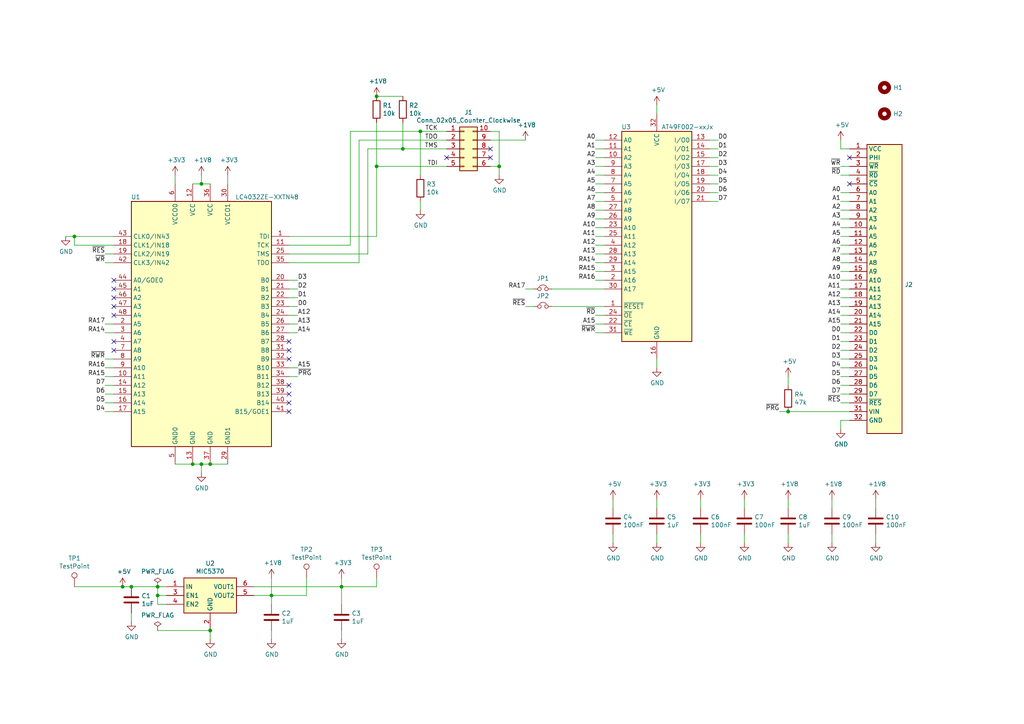
<source format=kicad_sch>
(kicad_sch (version 20211123) (generator eeschema)
  (paper "A4")
  (title_block (title "GB-CART256K-A") (rev "v1.2") (company "https://gekkio.fi"))
  (lib_symbols
    (symbol "Connector:TestPoint" (pin_numbers hide) (pin_names (offset 0.762) hide)
      (property "Reference" "TP" (at 0 6.858 0))
      (property "Value" "TestPoint" (at 0 5.08 0))
      (symbol "TestPoint_0_1"
        (circle (center 0 3.302) (radius 0.762))
      )
      (symbol "TestPoint_1_1"
        (pin passive line (at 0 0 90) (length 2.54) (name "1") (number "1"))
      )
    )
    (symbol "Connector_Generic:Conn_02x05_Counter_Clockwise" (pin_names (offset 1.016) hide)
      (property "Reference" "J" (at 1.27 7.62 0))
      (property "Value" "Conn_02x05_Counter_Clockwise" (at 1.27 -7.62 0))
      (symbol "Conn_02x05_Counter_Clockwise_1_1"
        (rectangle (start -1.27 -4.953) (end 0 -5.207) (stroke (width 0.1524)))
        (rectangle (start -1.27 -2.413) (end 0 -2.667) (stroke (width 0.1524)))
        (rectangle (start -1.27 0.127) (end 0 -0.127) (stroke (width 0.1524)))
        (rectangle (start -1.27 2.667) (end 0 2.413) (stroke (width 0.1524)))
        (rectangle (start -1.27 5.207) (end 0 4.953) (stroke (width 0.1524)))
        (rectangle (start -1.27 6.35) (end 3.81 -6.35) (stroke (width 0.254)) (fill (type background)))
        (rectangle (start 3.81 -4.953) (end 2.54 -5.207) (stroke (width 0.1524)))
        (rectangle (start 3.81 -2.413) (end 2.54 -2.667) (stroke (width 0.1524)))
        (rectangle (start 3.81 0.127) (end 2.54 -0.127) (stroke (width 0.1524)))
        (rectangle (start 3.81 2.667) (end 2.54 2.413) (stroke (width 0.1524)))
        (rectangle (start 3.81 5.207) (end 2.54 4.953) (stroke (width 0.1524)))
        (pin passive line (at -5.08 5.08 0) (length 3.81) (name "Pin_1") (number "1"))
        (pin passive line (at 7.62 5.08 180) (length 3.81) (name "Pin_10") (number "10"))
        (pin passive line (at -5.08 2.54 0) (length 3.81) (name "Pin_2") (number "2"))
        (pin passive line (at -5.08 0 0) (length 3.81) (name "Pin_3") (number "3"))
        (pin passive line (at -5.08 -2.54 0) (length 3.81) (name "Pin_4") (number "4"))
        (pin passive line (at -5.08 -5.08 0) (length 3.81) (name "Pin_5") (number "5"))
        (pin passive line (at 7.62 -5.08 180) (length 3.81) (name "Pin_6") (number "6"))
        (pin passive line (at 7.62 -2.54 180) (length 3.81) (name "Pin_7") (number "7"))
        (pin passive line (at 7.62 0 180) (length 3.81) (name "Pin_8") (number "8"))
        (pin passive line (at 7.62 2.54 180) (length 3.81) (name "Pin_9") (number "9"))
      )
    )
    (symbol "Device:C" (pin_numbers hide) (pin_names (offset 0.254))
      (property "Reference" "C" (at 0.635 2.54 0))
      (property "Value" "C" (at 0.635 -2.54 0))
      (symbol "C_0_1"
        (polyline (pts (xy -2.032 -0.762) (xy 2.032 -0.762)) (stroke (width 0.508)))
        (polyline (pts (xy -2.032 0.762) (xy 2.032 0.762)) (stroke (width 0.508)))
      )
      (symbol "C_1_1"
        (pin passive line (at 0 3.81 270) (length 2.794) (name "~") (number "1"))
        (pin passive line (at 0 -3.81 90) (length 2.794) (name "~") (number "2"))
      )
    )
    (symbol "Device:Jumper_NC_Small" (pin_numbers hide) (pin_names (offset 0.762) hide)
      (property "Reference" "JP" (at 0 2.032 0))
      (property "Value" "Jumper_NC_Small" (at 0.254 -1.524 0))
      (symbol "Jumper_NC_Small_0_1"
        (circle (center -1.016 0) (radius 0.508))
        (circle (center 1.016 0) (radius 0.508))
        (arc (start 1.016 0.762) (mid 0 1.1828) (end -1.016 0.762))
        (pin passive line (at -2.54 0 0) (length 1.016) (name "1") (number "1"))
        (pin passive line (at 2.54 0 180) (length 1.016) (name "2") (number "2"))
      )
    )
    (symbol "Device:R" (pin_numbers hide) (pin_names (offset 0))
      (property "Reference" "R" (at 2.032 0 90))
      (property "Value" "R" (at 0 0 90))
      (symbol "R_0_1"
        (rectangle (start -1.016 -2.54) (end 1.016 2.54) (stroke (width 0.254)))
      )
      (symbol "R_1_1"
        (pin passive line (at 0 3.81 270) (length 1.27) (name "~") (number "1"))
        (pin passive line (at 0 -3.81 90) (length 1.27) (name "~") (number "2"))
      )
    )
    (symbol "Gekkio_CPLD_Lattice:LC4032ZE-xxTN48"
      (property "Reference" "U" (at -17.78 38.1 0))
      (property "Value" "LC4032ZE-xxTN48" (at 12.7 38.1 0))
      (symbol "LC4032ZE-xxTN48_0_1"
        (rectangle (start -20.32 35.56) (end 20.32 -35.56) (stroke (width 0.254)) (fill (type background)))
      )
      (symbol "LC4032ZE-xxTN48_1_1"
        (pin input line (at 25.4 25.4 180) (length 5.08) (name "TDI") (number "1"))
        (pin bidirectional line (at -25.4 -15.24 0) (length 5.08) (name "A11") (number "10"))
        (pin input line (at 25.4 22.86 180) (length 5.08) (name "TCK") (number "11"))
        (pin power_in line (at -2.54 40.64 270) (length 5.08) (name "VCC") (number "12"))
        (pin power_in line (at -2.54 -40.64 90) (length 5.08) (name "GND") (number "13"))
        (pin bidirectional line (at -25.4 -17.78 0) (length 5.08) (name "A12") (number "14"))
        (pin bidirectional line (at -25.4 -20.32 0) (length 5.08) (name "A13") (number "15"))
        (pin bidirectional line (at -25.4 -22.86 0) (length 5.08) (name "A14") (number "16"))
        (pin bidirectional line (at -25.4 -25.4 0) (length 5.08) (name "A15") (number "17"))
        (pin input line (at -25.4 22.86 0) (length 5.08) (name "CLK1/IN18") (number "18"))
        (pin input line (at -25.4 20.32 0) (length 5.08) (name "CLK2/IN19") (number "19"))
        (pin bidirectional line (at -25.4 0 0) (length 5.08) (name "A5") (number "2"))
        (pin bidirectional line (at 25.4 12.7 180) (length 5.08) (name "B0") (number "20"))
        (pin bidirectional line (at 25.4 10.16 180) (length 5.08) (name "B1") (number "21"))
        (pin bidirectional line (at 25.4 7.62 180) (length 5.08) (name "B2") (number "22"))
        (pin bidirectional line (at 25.4 5.08 180) (length 5.08) (name "B3") (number "23"))
        (pin bidirectional line (at 25.4 2.54 180) (length 5.08) (name "B4") (number "24"))
        (pin input line (at 25.4 20.32 180) (length 5.08) (name "TMS") (number "25"))
        (pin bidirectional line (at 25.4 0 180) (length 5.08) (name "B5") (number "26"))
        (pin bidirectional line (at 25.4 -2.54 180) (length 5.08) (name "B6") (number "27"))
        (pin bidirectional line (at 25.4 -5.08 180) (length 5.08) (name "B7") (number "28"))
        (pin power_in line (at 7.62 -40.64 90) (length 5.08) (name "GND1") (number "29"))
        (pin bidirectional line (at -25.4 -2.54 0) (length 5.08) (name "A6") (number "3"))
        (pin power_in line (at 7.62 40.64 270) (length 5.08) (name "VCCO1") (number "30"))
        (pin bidirectional line (at 25.4 -7.62 180) (length 5.08) (name "B8") (number "31"))
        (pin bidirectional line (at 25.4 -10.16 180) (length 5.08) (name "B9") (number "32"))
        (pin bidirectional line (at 25.4 -12.7 180) (length 5.08) (name "B10") (number "33"))
        (pin bidirectional line (at 25.4 -15.24 180) (length 5.08) (name "B11") (number "34"))
        (pin output line (at 25.4 17.78 180) (length 5.08) (name "TDO") (number "35"))
        (pin power_in line (at 2.54 40.64 270) (length 5.08) (name "VCC") (number "36"))
        (pin power_in line (at 2.54 -40.64 90) (length 5.08) (name "GND") (number "37"))
        (pin bidirectional line (at 25.4 -17.78 180) (length 5.08) (name "B12") (number "38"))
        (pin bidirectional line (at 25.4 -20.32 180) (length 5.08) (name "B13") (number "39"))
        (pin bidirectional line (at -25.4 -5.08 0) (length 5.08) (name "A7") (number "4"))
        (pin bidirectional line (at 25.4 -22.86 180) (length 5.08) (name "B14") (number "40"))
        (pin bidirectional line (at 25.4 -25.4 180) (length 5.08) (name "B15/GOE1") (number "41"))
        (pin input line (at -25.4 17.78 0) (length 5.08) (name "CLK3/IN42") (number "42"))
        (pin input line (at -25.4 25.4 0) (length 5.08) (name "CLK0/IN43") (number "43"))
        (pin bidirectional line (at -25.4 12.7 0) (length 5.08) (name "A0/GOE0") (number "44"))
        (pin bidirectional line (at -25.4 10.16 0) (length 5.08) (name "A1") (number "45"))
        (pin bidirectional line (at -25.4 7.62 0) (length 5.08) (name "A2") (number "46"))
        (pin bidirectional line (at -25.4 5.08 0) (length 5.08) (name "A3") (number "47"))
        (pin bidirectional line (at -25.4 2.54 0) (length 5.08) (name "A4") (number "48"))
        (pin power_in line (at -7.62 -40.64 90) (length 5.08) (name "GND0") (number "5"))
        (pin power_in line (at -7.62 40.64 270) (length 5.08) (name "VCCO0") (number "6"))
        (pin bidirectional line (at -25.4 -7.62 0) (length 5.08) (name "A8") (number "7"))
        (pin bidirectional line (at -25.4 -10.16 0) (length 5.08) (name "A9") (number "8"))
        (pin bidirectional line (at -25.4 -12.7 0) (length 5.08) (name "A10") (number "9"))
      )
    )
    (symbol "Gekkio_Connector_Specialized:GameBoy_Cartridge"
      (property "Reference" "J" (at -2.54 43.18 0))
      (property "Value" "GameBoy_Cartridge" (at -2.54 -43.18 0))
      (symbol "GameBoy_Cartridge_0_1"
        (rectangle (start -5.08 41.91) (end 5.08 -41.91) (stroke (width 0.254)) (fill (type background)))
      )
      (symbol "GameBoy_Cartridge_1_1"
        (pin passive line (at -10.16 40.64 0) (length 5.08) (name "VCC") (number "1"))
        (pin passive line (at -10.16 17.78 0) (length 5.08) (name "A4") (number "10"))
        (pin passive line (at -10.16 15.24 0) (length 5.08) (name "A5") (number "11"))
        (pin passive line (at -10.16 12.7 0) (length 5.08) (name "A6") (number "12"))
        (pin passive line (at -10.16 10.16 0) (length 5.08) (name "A7") (number "13"))
        (pin passive line (at -10.16 7.62 0) (length 5.08) (name "A8") (number "14"))
        (pin passive line (at -10.16 5.08 0) (length 5.08) (name "A9") (number "15"))
        (pin passive line (at -10.16 2.54 0) (length 5.08) (name "A10") (number "16"))
        (pin passive line (at -10.16 0 0) (length 5.08) (name "A11") (number "17"))
        (pin passive line (at -10.16 -2.54 0) (length 5.08) (name "A12") (number "18"))
        (pin passive line (at -10.16 -5.08 0) (length 5.08) (name "A13") (number "19"))
        (pin passive line (at -10.16 38.1 0) (length 5.08) (name "PHI") (number "2"))
        (pin passive line (at -10.16 -7.62 0) (length 5.08) (name "A14") (number "20"))
        (pin passive line (at -10.16 -10.16 0) (length 5.08) (name "A15") (number "21"))
        (pin passive line (at -10.16 -12.7 0) (length 5.08) (name "D0") (number "22"))
        (pin passive line (at -10.16 -15.24 0) (length 5.08) (name "D1") (number "23"))
        (pin passive line (at -10.16 -17.78 0) (length 5.08) (name "D2") (number "24"))
        (pin passive line (at -10.16 -20.32 0) (length 5.08) (name "D3") (number "25"))
        (pin passive line (at -10.16 -22.86 0) (length 5.08) (name "D4") (number "26"))
        (pin passive line (at -10.16 -25.4 0) (length 5.08) (name "D5") (number "27"))
        (pin passive line (at -10.16 -27.94 0) (length 5.08) (name "D6") (number "28"))
        (pin passive line (at -10.16 -30.48 0) (length 5.08) (name "D7") (number "29"))
        (pin passive line (at -10.16 35.56 0) (length 5.08) (name "~{WR}") (number "3"))
        (pin passive line (at -10.16 -33.02 0) (length 5.08) (name "~{RES}") (number "30"))
        (pin passive line (at -10.16 -35.56 0) (length 5.08) (name "VIN") (number "31"))
        (pin passive line (at -10.16 -38.1 0) (length 5.08) (name "GND") (number "32"))
        (pin passive line (at -10.16 33.02 0) (length 5.08) (name "~{RD}") (number "4"))
        (pin passive line (at -10.16 30.48 0) (length 5.08) (name "~{CS}") (number "5"))
        (pin passive line (at -10.16 27.94 0) (length 5.08) (name "A0") (number "6"))
        (pin passive line (at -10.16 25.4 0) (length 5.08) (name "A1") (number "7"))
        (pin passive line (at -10.16 22.86 0) (length 5.08) (name "A2") (number "8"))
        (pin passive line (at -10.16 20.32 0) (length 5.08) (name "A3") (number "9"))
      )
    )
    (symbol "Gekkio_Memory_Flash:AT49F002-xxJx"
      (property "Reference" "U" (at -10.16 31.75 0))
      (property "Value" "AT49F002-xxJx" (at 2.54 31.75 0))
      (symbol "AT49F002-xxJx_0_1"
        (rectangle (start -10.16 30.48) (end 10.16 -30.48) (stroke (width 0.254)) (fill (type background)))
      )
      (symbol "AT49F002-xxJx_1_1"
        (pin input line (at -15.24 -20.32 0) (length 5.08) (name "~{RESET}") (number "1"))
        (pin input line (at -15.24 22.86 0) (length 5.08) (name "A2") (number "10"))
        (pin input line (at -15.24 25.4 0) (length 5.08) (name "A1") (number "11"))
        (pin input line (at -15.24 27.94 0) (length 5.08) (name "A0") (number "12"))
        (pin bidirectional line (at 15.24 27.94 180) (length 5.08) (name "I/O0") (number "13"))
        (pin bidirectional line (at 15.24 25.4 180) (length 5.08) (name "I/O1") (number "14"))
        (pin bidirectional line (at 15.24 22.86 180) (length 5.08) (name "I/O2") (number "15"))
        (pin power_in line (at 0 -35.56 90) (length 5.08) (name "GND") (number "16"))
        (pin bidirectional line (at 15.24 20.32 180) (length 5.08) (name "I/O3") (number "17"))
        (pin bidirectional line (at 15.24 17.78 180) (length 5.08) (name "I/O4") (number "18"))
        (pin bidirectional line (at 15.24 15.24 180) (length 5.08) (name "I/O5") (number "19"))
        (pin input line (at -15.24 -12.7 0) (length 5.08) (name "A16") (number "2"))
        (pin bidirectional line (at 15.24 12.7 180) (length 5.08) (name "I/O6") (number "20"))
        (pin bidirectional line (at 15.24 10.16 180) (length 5.08) (name "I/O7") (number "21"))
        (pin input line (at -15.24 -25.4 0) (length 5.08) (name "~{CE}") (number "22"))
        (pin input line (at -15.24 2.54 0) (length 5.08) (name "A10") (number "23"))
        (pin input line (at -15.24 -22.86 0) (length 5.08) (name "~{OE}") (number "24"))
        (pin input line (at -15.24 0 0) (length 5.08) (name "A11") (number "25"))
        (pin input line (at -15.24 5.08 0) (length 5.08) (name "A9") (number "26"))
        (pin input line (at -15.24 7.62 0) (length 5.08) (name "A8") (number "27"))
        (pin input line (at -15.24 -5.08 0) (length 5.08) (name "A13") (number "28"))
        (pin input line (at -15.24 -7.62 0) (length 5.08) (name "A14") (number "29"))
        (pin input line (at -15.24 -10.16 0) (length 5.08) (name "A15") (number "3"))
        (pin input line (at -15.24 -15.24 0) (length 5.08) (name "A17") (number "30"))
        (pin input line (at -15.24 -27.94 0) (length 5.08) (name "~{WE}") (number "31"))
        (pin power_in line (at 0 35.56 270) (length 5.08) (name "VCC") (number "32"))
        (pin input line (at -15.24 -2.54 0) (length 5.08) (name "A12") (number "4"))
        (pin input line (at -15.24 10.16 0) (length 5.08) (name "A7") (number "5"))
        (pin input line (at -15.24 12.7 0) (length 5.08) (name "A6") (number "6"))
        (pin input line (at -15.24 15.24 0) (length 5.08) (name "A5") (number "7"))
        (pin input line (at -15.24 17.78 0) (length 5.08) (name "A4") (number "8"))
        (pin input line (at -15.24 20.32 0) (length 5.08) (name "A3") (number "9"))
      )
    )
    (symbol "Gekkio_Regulator_Linear:MIC5370"
      (property "Reference" "U" (at -7.62 6.35 0))
      (property "Value" "MIC5370" (at 1.27 6.35 0))
      (symbol "MIC5370_0_1"
        (rectangle (start -7.62 5.08) (end 7.62 -5.08) (stroke (width 0.254)) (fill (type background)))
      )
      (symbol "MIC5370_1_1"
        (pin power_in line (at -12.7 2.54 0) (length 5.08) (name "IN") (number "1"))
        (pin power_in line (at 0 -10.16 90) (length 5.08) (name "GND") (number "2"))
        (pin input line (at -12.7 0 0) (length 5.08) (name "EN1") (number "3"))
        (pin input line (at -12.7 -2.54 0) (length 5.08) (name "EN2") (number "4"))
        (pin power_out line (at 12.7 0 180) (length 5.08) (name "VOUT2") (number "5"))
        (pin power_out line (at 12.7 2.54 180) (length 5.08) (name "VOUT1") (number "6"))
        (pin passive line (at 0 -10.16 90) (length 5.08) hide (name "GND") (number "7"))
      )
    )
    (symbol "Mechanical:MountingHole" (pin_names (offset 1.016))
      (property "Reference" "H" (at 0 5.08 0))
      (property "Value" "MountingHole" (at 0 3.175 0))
      (symbol "MountingHole_0_1"
        (circle (center 0 0) (radius 1.27) (stroke (width 1.27)))
      )
    )
    (symbol "power:+1V8" (power) (pin_names (offset 0))
      (property "Value" "+1V8" (at 0 3.556 0))
      (symbol "+1V8_0_1"
        (polyline (pts (xy -0.762 1.27) (xy 0 2.54)))
        (polyline (pts (xy 0 0) (xy 0 2.54)))
        (polyline (pts (xy 0 2.54) (xy 0.762 1.27)))
      )
      (symbol "+1V8_1_1"
        (pin power_in line (at 0 0 90) (length 0) hide (name "+1V8") (number "1"))
      )
    )
    (symbol "power:+3V3" (power) (pin_names (offset 0))
      (property "Value" "+3V3" (at 0 3.556 0))
      (symbol "+3V3_0_1"
        (polyline (pts (xy -0.762 1.27) (xy 0 2.54)))
        (polyline (pts (xy 0 0) (xy 0 2.54)))
        (polyline (pts (xy 0 2.54) (xy 0.762 1.27)))
      )
      (symbol "+3V3_1_1"
        (pin power_in line (at 0 0 90) (length 0) hide (name "+3V3") (number "1"))
      )
    )
    (symbol "power:+5V" (power) (pin_names (offset 0))
      (property "Value" "+5V" (at 0 3.556 0))
      (symbol "+5V_0_1"
        (polyline (pts (xy -0.762 1.27) (xy 0 2.54)))
        (polyline (pts (xy 0 0) (xy 0 2.54)))
        (polyline (pts (xy 0 2.54) (xy 0.762 1.27)))
      )
      (symbol "+5V_1_1"
        (pin power_in line (at 0 0 90) (length 0) hide (name "+5V") (number "1"))
      )
    )
    (symbol "power:GND" (power) (pin_names (offset 0))
      (property "Value" "GND" (at 0 -3.81 0))
      (symbol "GND_0_1"
        (polyline (pts (xy 0 0) (xy 0 -1.27) (xy 1.27 -1.27) (xy 0 -2.54) (xy -1.27 -1.27) (xy 0 -1.27)))
      )
      (symbol "GND_1_1"
        (pin power_in line (at 0 0 270) (length 0) hide (name "GND") (number "1"))
      )
    )
    (symbol "power:PWR_FLAG" (power) (pin_numbers hide) (pin_names (offset 0) hide)
      (property "Value" "PWR_FLAG" (at 0 3.81 0))
      (symbol "PWR_FLAG_0_0"
        (pin power_out line (at 0 0 90) (length 0) (name "pwr") (number "1"))
      )
      (symbol "PWR_FLAG_0_1"
        (polyline (pts (xy 0 0) (xy 0 1.27) (xy -1.016 1.905) (xy 0 2.54) (xy 1.016 1.905) (xy 0 1.27)))
      )
    )
  )
  (junction (at 45.72 172.72))
  (junction (at 228.6 119.38))
  (junction (at 109.22 48.26))
  (junction (at 99.06 170.18))
  (junction (at 58.42 134.62))
  (junction (at 38.1 170.18))
  (junction (at 55.88 134.62))
  (junction (at 60.96 134.62))
  (junction (at 45.72 170.18))
  (junction (at 144.78 48.26))
  (junction (at 35.56 170.18))
  (junction (at 60.96 182.88))
  (junction (at 58.42 53.34))
  (junction (at 21.59 68.58))
  (junction (at 116.84 43.18))
  (junction (at 121.92 38.1))
  (junction (at 78.74 172.72))
  (junction (at 109.22 27.94))
  (no_connect (at 83.82 101.6))
  (no_connect (at 142.24 45.72))
  (no_connect (at 33.02 101.6))
  (no_connect (at 33.02 88.9))
  (no_connect (at 83.82 111.76))
  (no_connect (at 142.24 43.18))
  (no_connect (at 33.02 83.82))
  (no_connect (at 83.82 104.14))
  (no_connect (at 33.02 91.44))
  (no_connect (at 246.38 45.72))
  (no_connect (at 129.54 45.72))
  (no_connect (at 33.02 81.28))
  (no_connect (at 33.02 99.06))
  (no_connect (at 83.82 119.38))
  (no_connect (at 83.82 114.3))
  (no_connect (at 83.82 99.06))
  (no_connect (at 246.38 53.34))
  (no_connect (at 33.02 86.36))
  (no_connect (at 83.82 116.84))
  (wire (pts (xy 19.05 68.58) (xy 21.59 68.58)))
  (wire (pts (xy 101.6 38.1) (xy 121.92 38.1)))
  (wire (pts (xy 30.48 73.66) (xy 33.02 73.66)))
  (wire (pts (xy 152.4 88.9) (xy 154.94 88.9)))
  (wire (pts (xy 30.48 96.52) (xy 33.02 96.52)))
  (wire (pts (xy 246.38 109.22) (xy 243.84 109.22)))
  (wire (pts (xy 38.1 180.34) (xy 38.1 177.8)))
  (wire (pts (xy 30.48 104.14) (xy 33.02 104.14)))
  (wire (pts (xy 121.92 58.42) (xy 121.92 60.96)))
  (wire (pts (xy 243.84 88.9) (xy 246.38 88.9)))
  (wire (pts (xy 30.48 76.2) (xy 33.02 76.2)))
  (wire (pts (xy 205.74 45.72) (xy 208.28 45.72)))
  (wire (pts (xy 109.22 27.94) (xy 116.84 27.94)))
  (wire (pts (xy 246.38 114.3) (xy 243.84 114.3)))
  (wire (pts (xy 228.6 109.22) (xy 228.6 111.76)))
  (wire (pts (xy 228.6 144.78) (xy 228.6 147.32)))
  (wire (pts (xy 243.84 63.5) (xy 246.38 63.5)))
  (wire (pts (xy 205.74 43.18) (xy 208.28 43.18)))
  (wire (pts (xy 254 157.48) (xy 254 154.94)))
  (wire (pts (xy 203.2 144.78) (xy 203.2 147.32)))
  (wire (pts (xy 246.38 119.38) (xy 228.6 119.38)))
  (wire (pts (xy 246.38 111.76) (xy 243.84 111.76)))
  (wire (pts (xy 83.82 83.82) (xy 86.36 83.82)))
  (wire (pts (xy 88.9 167.64) (xy 88.9 172.72)))
  (wire (pts (xy 228.6 119.38) (xy 226.06 119.38)))
  (wire (pts (xy 45.72 182.88) (xy 60.96 182.88)))
  (wire (pts (xy 243.84 60.96) (xy 246.38 60.96)))
  (wire (pts (xy 109.22 170.18) (xy 109.22 167.64)))
  (wire (pts (xy 30.48 111.76) (xy 33.02 111.76)))
  (wire (pts (xy 83.82 68.58) (xy 109.22 68.58)))
  (wire (pts (xy 205.74 55.88) (xy 208.28 55.88)))
  (wire (pts (xy 203.2 157.48) (xy 203.2 154.94)))
  (wire (pts (xy 142.24 48.26) (xy 144.78 48.26)))
  (wire (pts (xy 172.72 48.26) (xy 175.26 48.26)))
  (wire (pts (xy 215.9 157.48) (xy 215.9 154.94)))
  (wire (pts (xy 83.82 81.28) (xy 86.36 81.28)))
  (wire (pts (xy 172.72 53.34) (xy 175.26 53.34)))
  (wire (pts (xy 172.72 55.88) (xy 175.26 55.88)))
  (wire (pts (xy 55.88 53.34) (xy 58.42 53.34)))
  (wire (pts (xy 254 144.78) (xy 254 147.32)))
  (wire (pts (xy 172.72 63.5) (xy 175.26 63.5)))
  (wire (pts (xy 243.84 86.36) (xy 246.38 86.36)))
  (wire (pts (xy 106.68 43.18) (xy 106.68 73.66)))
  (wire (pts (xy 243.84 68.58) (xy 246.38 68.58)))
  (wire (pts (xy 246.38 101.6) (xy 243.84 101.6)))
  (wire (pts (xy 160.02 88.9) (xy 175.26 88.9)))
  (wire (pts (xy 30.48 106.68) (xy 33.02 106.68)))
  (wire (pts (xy 243.84 55.88) (xy 246.38 55.88)))
  (wire (pts (xy 241.3 144.78) (xy 241.3 147.32)))
  (wire (pts (xy 246.38 48.26) (xy 243.84 48.26)))
  (wire (pts (xy 243.84 43.18) (xy 243.84 40.64)))
  (wire (pts (xy 243.84 78.74) (xy 246.38 78.74)))
  (wire (pts (xy 83.82 71.12) (xy 101.6 71.12)))
  (wire (pts (xy 106.68 43.18) (xy 116.84 43.18)))
  (wire (pts (xy 33.02 71.12) (xy 21.59 71.12)))
  (wire (pts (xy 246.38 96.52) (xy 243.84 96.52)))
  (wire (pts (xy 60.96 185.42) (xy 60.96 182.88)))
  (wire (pts (xy 172.72 66.04) (xy 175.26 66.04)))
  (wire (pts (xy 129.54 48.26) (xy 109.22 48.26)))
  (wire (pts (xy 58.42 53.34) (xy 60.96 53.34)))
  (wire (pts (xy 83.82 91.44) (xy 86.36 91.44)))
  (wire (pts (xy 83.82 93.98) (xy 86.36 93.98)))
  (wire (pts (xy 172.72 50.8) (xy 175.26 50.8)))
  (wire (pts (xy 172.72 78.74) (xy 175.26 78.74)))
  (wire (pts (xy 172.72 45.72) (xy 175.26 45.72)))
  (wire (pts (xy 30.48 109.22) (xy 33.02 109.22)))
  (wire (pts (xy 177.8 144.78) (xy 177.8 147.32)))
  (wire (pts (xy 241.3 157.48) (xy 241.3 154.94)))
  (wire (pts (xy 99.06 170.18) (xy 99.06 167.64)))
  (wire (pts (xy 55.88 134.62) (xy 58.42 134.62)))
  (wire (pts (xy 73.66 172.72) (xy 78.74 172.72)))
  (wire (pts (xy 83.82 73.66) (xy 106.68 73.66)))
  (wire (pts (xy 45.72 175.26) (xy 48.26 175.26)))
  (wire (pts (xy 144.78 38.1) (xy 144.78 48.26)))
  (wire (pts (xy 101.6 38.1) (xy 101.6 71.12)))
  (wire (pts (xy 78.74 182.88) (xy 78.74 185.42)))
  (wire (pts (xy 205.74 48.26) (xy 208.28 48.26)))
  (wire (pts (xy 50.8 50.8) (xy 50.8 53.34)))
  (wire (pts (xy 21.59 71.12) (xy 21.59 68.58)))
  (wire (pts (xy 243.84 83.82) (xy 246.38 83.82)))
  (wire (pts (xy 83.82 88.9) (xy 86.36 88.9)))
  (wire (pts (xy 60.96 134.62) (xy 66.04 134.62)))
  (wire (pts (xy 172.72 40.64) (xy 175.26 40.64)))
  (wire (pts (xy 86.36 106.68) (xy 83.82 106.68)))
  (wire (pts (xy 160.02 83.82) (xy 175.26 83.82)))
  (wire (pts (xy 190.5 157.48) (xy 190.5 154.94)))
  (wire (pts (xy 21.59 68.58) (xy 33.02 68.58)))
  (wire (pts (xy 246.38 121.92) (xy 243.84 121.92)))
  (wire (pts (xy 177.8 157.48) (xy 177.8 154.94)))
  (wire (pts (xy 30.48 114.3) (xy 33.02 114.3)))
  (wire (pts (xy 99.06 182.88) (xy 99.06 185.42)))
  (wire (pts (xy 99.06 170.18) (xy 99.06 175.26)))
  (wire (pts (xy 172.72 68.58) (xy 175.26 68.58)))
  (wire (pts (xy 172.72 96.52) (xy 175.26 96.52)))
  (wire (pts (xy 243.84 93.98) (xy 246.38 93.98)))
  (wire (pts (xy 109.22 35.56) (xy 109.22 48.26)))
  (wire (pts (xy 243.84 116.84) (xy 246.38 116.84)))
  (wire (pts (xy 21.59 170.18) (xy 35.56 170.18)))
  (wire (pts (xy 172.72 60.96) (xy 175.26 60.96)))
  (wire (pts (xy 172.72 81.28) (xy 175.26 81.28)))
  (wire (pts (xy 172.72 76.2) (xy 175.26 76.2)))
  (wire (pts (xy 30.48 116.84) (xy 33.02 116.84)))
  (wire (pts (xy 243.84 73.66) (xy 246.38 73.66)))
  (wire (pts (xy 243.84 76.2) (xy 246.38 76.2)))
  (wire (pts (xy 58.42 134.62) (xy 60.96 134.62)))
  (wire (pts (xy 215.9 144.78) (xy 215.9 147.32)))
  (wire (pts (xy 152.4 83.82) (xy 154.94 83.82)))
  (wire (pts (xy 205.74 58.42) (xy 208.28 58.42)))
  (wire (pts (xy 83.82 96.52) (xy 86.36 96.52)))
  (wire (pts (xy 205.74 40.64) (xy 208.28 40.64)))
  (wire (pts (xy 45.72 172.72) (xy 48.26 172.72)))
  (wire (pts (xy 58.42 134.62) (xy 58.42 137.16)))
  (wire (pts (xy 86.36 109.22) (xy 83.82 109.22)))
  (wire (pts (xy 38.1 170.18) (xy 45.72 170.18)))
  (wire (pts (xy 190.5 144.78) (xy 190.5 147.32)))
  (wire (pts (xy 35.56 170.18) (xy 38.1 170.18)))
  (wire (pts (xy 58.42 50.8) (xy 58.42 53.34)))
  (wire (pts (xy 142.24 40.64) (xy 152.4 40.64)))
  (wire (pts (xy 243.84 71.12) (xy 246.38 71.12)))
  (wire (pts (xy 243.84 91.44) (xy 246.38 91.44)))
  (wire (pts (xy 205.74 50.8) (xy 208.28 50.8)))
  (wire (pts (xy 78.74 172.72) (xy 78.74 167.64)))
  (wire (pts (xy 129.54 40.64) (xy 104.14 40.64)))
  (wire (pts (xy 172.72 71.12) (xy 175.26 71.12)))
  (wire (pts (xy 243.84 58.42) (xy 246.38 58.42)))
  (wire (pts (xy 116.84 35.56) (xy 116.84 43.18)))
  (wire (pts (xy 45.72 170.18) (xy 45.72 172.72)))
  (wire (pts (xy 45.72 172.72) (xy 45.72 175.26)))
  (wire (pts (xy 246.38 43.18) (xy 243.84 43.18)))
  (wire (pts (xy 228.6 157.48) (xy 228.6 154.94)))
  (wire (pts (xy 83.82 86.36) (xy 86.36 86.36)))
  (wire (pts (xy 172.72 73.66) (xy 175.26 73.66)))
  (wire (pts (xy 109.22 48.26) (xy 109.22 68.58)))
  (wire (pts (xy 243.84 81.28) (xy 246.38 81.28)))
  (wire (pts (xy 30.48 93.98) (xy 33.02 93.98)))
  (wire (pts (xy 190.5 30.48) (xy 190.5 33.02)))
  (wire (pts (xy 243.84 121.92) (xy 243.84 124.46)))
  (wire (pts (xy 172.72 91.44) (xy 175.26 91.44)))
  (wire (pts (xy 190.5 104.14) (xy 190.5 106.68)))
  (wire (pts (xy 104.14 40.64) (xy 104.14 76.2)))
  (wire (pts (xy 121.92 38.1) (xy 121.92 50.8)))
  (wire (pts (xy 48.26 170.18) (xy 45.72 170.18)))
  (wire (pts (xy 78.74 172.72) (xy 78.74 175.26)))
  (wire (pts (xy 30.48 119.38) (xy 33.02 119.38)))
  (wire (pts (xy 172.72 58.42) (xy 175.26 58.42)))
  (wire (pts (xy 246.38 50.8) (xy 243.84 50.8)))
  (wire (pts (xy 88.9 172.72) (xy 78.74 172.72)))
  (wire (pts (xy 50.8 134.62) (xy 55.88 134.62)))
  (wire (pts (xy 144.78 48.26) (xy 144.78 50.8)))
  (wire (pts (xy 205.74 53.34) (xy 208.28 53.34)))
  (wire (pts (xy 172.72 43.18) (xy 175.26 43.18)))
  (wire (pts (xy 66.04 50.8) (xy 66.04 53.34)))
  (wire (pts (xy 99.06 170.18) (xy 109.22 170.18)))
  (wire (pts (xy 104.14 76.2) (xy 83.82 76.2)))
  (wire (pts (xy 246.38 104.14) (xy 243.84 104.14)))
  (wire (pts (xy 142.24 38.1) (xy 144.78 38.1)))
  (wire (pts (xy 116.84 43.18) (xy 129.54 43.18)))
  (wire (pts (xy 73.66 170.18) (xy 99.06 170.18)))
  (wire (pts (xy 121.92 38.1) (xy 129.54 38.1)))
  (wire (pts (xy 243.84 66.04) (xy 246.38 66.04)))
  (wire (pts (xy 246.38 106.68) (xy 243.84 106.68)))
  (wire (pts (xy 246.38 99.06) (xy 243.84 99.06)))
  (wire (pts (xy 172.72 93.98) (xy 175.26 93.98)))
  (label "A9" (at 172.72 63.5 180))
  (label "D4" (at 208.28 50.8 0))
  (label "A15" (at 86.36 106.68 0))
  (label "A5" (at 243.84 68.58 180))
  (label "D3" (at 86.36 81.28 0))
  (label "~{WR}" (at 243.84 48.26 180))
  (label "RA17" (at 30.48 93.98 180))
  (label "D4" (at 30.48 119.38 180))
  (label "A11" (at 172.72 68.58 180))
  (label "A1" (at 243.84 58.42 180))
  (label "D2" (at 243.84 101.6 180))
  (label "A15" (at 172.72 93.98 180))
  (label "D3" (at 208.28 48.26 0))
  (label "~{PRG}" (at 226.06 119.38 180))
  (label "D5" (at 30.48 116.84 180))
  (label "TDI" (at 127 48.26 180))
  (label "A5" (at 172.72 53.34 180))
  (label "A6" (at 172.72 55.88 180))
  (label "D0" (at 86.36 88.9 0))
  (label "RA14" (at 30.48 96.52 180))
  (label "A1" (at 172.72 43.18 180))
  (label "RA15" (at 30.48 109.22 180))
  (label "A7" (at 172.72 58.42 180))
  (label "D7" (at 208.28 58.42 0))
  (label "A3" (at 243.84 63.5 180))
  (label "A4" (at 243.84 66.04 180))
  (label "D7" (at 243.84 114.3 180))
  (label "A9" (at 243.84 78.74 180))
  (label "D1" (at 243.84 99.06 180))
  (label "TCK" (at 127 38.1 180))
  (label "D1" (at 208.28 43.18 0))
  (label "~{WR}" (at 30.48 76.2 180))
  (label "A4" (at 172.72 50.8 180))
  (label "A15" (at 243.84 93.98 180))
  (label "D4" (at 243.84 106.68 180))
  (label "D7" (at 30.48 111.76 180))
  (label "~{RES}" (at 152.4 88.9 180))
  (label "RA16" (at 172.72 81.28 180))
  (label "D6" (at 243.84 111.76 180))
  (label "D1" (at 86.36 86.36 0))
  (label "RA16" (at 30.48 106.68 180))
  (label "A11" (at 243.84 83.82 180))
  (label "A12" (at 172.72 71.12 180))
  (label "A13" (at 243.84 88.9 180))
  (label "RA15" (at 172.72 78.74 180))
  (label "D0" (at 243.84 96.52 180))
  (label "D5" (at 208.28 53.34 0))
  (label "TDO" (at 127 40.64 180))
  (label "A6" (at 243.84 71.12 180))
  (label "A12" (at 243.84 86.36 180))
  (label "A2" (at 172.72 45.72 180))
  (label "A14" (at 243.84 91.44 180))
  (label "D5" (at 243.84 109.22 180))
  (label "~{RD}" (at 243.84 50.8 180))
  (label "TMS" (at 127 43.18 180))
  (label "A7" (at 243.84 73.66 180))
  (label "D3" (at 243.84 104.14 180))
  (label "A0" (at 172.72 40.64 180))
  (label "A8" (at 172.72 60.96 180))
  (label "RA17" (at 152.4 83.82 180))
  (label "~{RES}" (at 30.48 73.66 180))
  (label "~{RD}" (at 172.72 91.44 180))
  (label "A14" (at 86.36 96.52 0))
  (label "A8" (at 243.84 76.2 180))
  (label "D6" (at 30.48 114.3 180))
  (label "A12" (at 86.36 91.44 0))
  (label "D6" (at 208.28 55.88 0))
  (label "~{RES}" (at 243.84 116.84 180))
  (label "A2" (at 243.84 60.96 180))
  (label "RA14" (at 172.72 76.2 180))
  (label "D0" (at 208.28 40.64 0))
  (label "A0" (at 243.84 55.88 180))
  (label "D2" (at 86.36 83.82 0))
  (label "A13" (at 172.72 73.66 180))
  (label "A13" (at 86.36 93.98 0))
  (label "A10" (at 172.72 66.04 180))
  (label "~{PRG}" (at 86.36 109.22 0))
  (label "D2" (at 208.28 45.72 0))
  (label "A3" (at 172.72 48.26 180))
  (label "~{RWR}" (at 30.48 104.14 180))
  (label "A10" (at 243.84 81.28 180))
  (label "~{RWR}" (at 172.72 96.52 180))
  (symbol (lib_id "Gekkio_Connector_Specialized:GameBoy_Cartridge") (at 256.54 83.82 0) (unit 1)
    (property "Reference" "J2" (at 262.382 82.55 0) (effects (justify left)))
    (property "Value" "DNF" (effects hide))
    (property "Footprint" "Gekkio_Connector_PCBEdge:GameBoy_Cartridge_1x32_P1.50mm_Edge" (effects hide))
  )
  (symbol (lib_id "Gekkio_Memory_Flash:AT49F002-xxJx") (at 190.5 68.58 0) (unit 1)
    (property "Reference" "U3" (at 181.61 36.83 0))
    (property "Value" "AT49F002-xxJx" (at 199.39 36.83 0))
    (property "Footprint" "Package_LCC:PLCC-32_11.4x14.0mm_P1.27mm" (effects hide))
    (property "Datasheet" "https://datasheet.octopart.com/AT49F002T-90JC-Atmel-datasheet-821.pdf" (effects hide))
  )
  (symbol (lib_id "Gekkio_CPLD_Lattice:LC4032ZE-xxTN48") (at 58.42 93.98 0) (unit 1)
    (property "Reference" "U1" (at 39.37 57.15 0))
    (property "Value" "LC4032ZE-XXTN48" (at 77.47 57.15 0))
    (property "Footprint" "Package_QFP:TQFP-48_7x7mm_P0.5mm" (effects hide))
    (property "Datasheet" "http://www.latticesemi.com/view_document?document_id=29095" (effects hide))
  )
  (symbol (lib_id "Gekkio_Regulator_Linear:MIC5370") (at 60.96 172.72 0) (unit 1)
    (property "Reference" "U2" (at 60.96 163.3982 0))
    (property "Value" "MIC5370" (at 60.96 165.7096 0))
    (property "Footprint" "Package_DFN_QFN:MLF-6-1EP_1.6x1.6mm_P0.5mm_EP0.5x1.26mm" (effects hide))
    (property "Datasheet" "http://ww1.microchip.com/downloads/en/DeviceDoc/mic5370.pdf" (effects hide))
  )
  (symbol (lib_id "power:+5V") (at 35.56 170.18 0) (unit 1)
    (property "Reference" "#PWR01" (effects hide))
    (property "Value" "+5V" (at 35.941 165.7858 0))
  )
  (symbol (lib_id "power:GND") (at 60.96 185.42 0) (unit 1)
    (property "Reference" "#PWR06" (effects hide))
    (property "Value" "GND" (at 61.087 189.8142 0))
  )
  (symbol (lib_id "Device:C") (at 38.1 173.99 0) (unit 1)
    (property "Reference" "C1" (at 41.021 172.8216 0) (effects (justify left)))
    (property "Value" "1uF" (at 41.021 175.133 0) (effects (justify left)))
    (property "Footprint" "Capacitor_SMD:C_0805_2012Metric" (effects hide))
  )
  (symbol (lib_id "power:GND") (at 38.1 180.34 0) (unit 1)
    (property "Reference" "#PWR02" (effects hide))
    (property "Value" "GND" (at 38.227 184.7342 0))
  )
  (symbol (lib_id "Device:C") (at 78.74 179.07 0) (unit 1)
    (property "Reference" "C2" (at 81.661 177.9016 0) (effects (justify left)))
    (property "Value" "1uF" (at 81.661 180.213 0) (effects (justify left)))
    (property "Footprint" "Capacitor_SMD:C_0805_2012Metric" (effects hide))
  )
  (symbol (lib_id "Device:C") (at 99.06 179.07 0) (unit 1)
    (property "Reference" "C3" (at 101.981 177.9016 0) (effects (justify left)))
    (property "Value" "1uF" (at 101.981 180.213 0) (effects (justify left)))
    (property "Footprint" "Capacitor_SMD:C_0805_2012Metric" (effects hide))
  )
  (symbol (lib_id "power:GND") (at 78.74 185.42 0) (unit 1)
    (property "Reference" "#PWR09" (effects hide))
    (property "Value" "GND" (at 78.867 189.8142 0))
  )
  (symbol (lib_id "power:GND") (at 99.06 185.42 0) (unit 1)
    (property "Reference" "#PWR011" (effects hide))
    (property "Value" "GND" (at 99.187 189.8142 0))
  )
  (symbol (lib_id "power:+1V8") (at 78.74 167.64 0) (unit 1)
    (property "Reference" "#PWR08" (effects hide))
    (property "Value" "+1V8" (at 79.121 163.2458 0))
  )
  (symbol (lib_id "power:+3V3") (at 99.06 167.64 0) (unit 1)
    (property "Reference" "#PWR010" (effects hide))
    (property "Value" "+3V3" (at 99.441 163.2458 0))
  )
  (symbol (lib_id "power:+5V") (at 243.84 40.64 0) (unit 1)
    (property "Reference" "#PWR031" (effects hide))
    (property "Value" "+5V" (at 244.221 36.2458 0))
  )
  (symbol (lib_id "power:GND") (at 243.84 124.46 0) (unit 1)
    (property "Reference" "#PWR032" (effects hide))
    (property "Value" "GND" (at 243.967 128.8542 0))
  )
  (symbol (lib_id "power:+5V") (at 190.5 30.48 0) (unit 1)
    (property "Reference" "#PWR018" (effects hide))
    (property "Value" "+5V" (at 190.881 26.0858 0))
  )
  (symbol (lib_id "power:GND") (at 190.5 106.68 0) (unit 1)
    (property "Reference" "#PWR019" (effects hide))
    (property "Value" "GND" (at 190.627 111.0742 0))
  )
  (symbol (lib_id "power:GND") (at 58.42 137.16 0) (unit 1)
    (property "Reference" "#PWR05" (effects hide))
    (property "Value" "GND" (at 58.547 141.5542 0))
  )
  (symbol (lib_id "Device:C") (at 177.8 151.13 0) (unit 1)
    (property "Reference" "C4" (at 180.721 149.9616 0) (effects (justify left)))
    (property "Value" "100nF" (at 180.721 152.273 0) (effects (justify left)))
    (property "Footprint" "Capacitor_SMD:C_0603_1608Metric" (effects hide))
  )
  (symbol (lib_id "power:GND") (at 177.8 157.48 0) (unit 1)
    (property "Reference" "#PWR017" (effects hide))
    (property "Value" "GND" (at 177.927 161.8742 0))
  )
  (symbol (lib_id "power:+5V") (at 177.8 144.78 0) (unit 1)
    (property "Reference" "#PWR016" (effects hide))
    (property "Value" "+5V" (at 178.181 140.3858 0))
  )
  (symbol (lib_id "Device:C") (at 190.5 151.13 0) (unit 1)
    (property "Reference" "C5" (at 193.421 149.9616 0) (effects (justify left)))
    (property "Value" "1uF" (at 193.421 152.273 0) (effects (justify left)))
    (property "Footprint" "Capacitor_SMD:C_0805_2012Metric" (effects hide))
  )
  (symbol (lib_id "power:GND") (at 190.5 157.48 0) (unit 1)
    (property "Reference" "#PWR021" (effects hide))
    (property "Value" "GND" (at 190.627 161.8742 0))
  )
  (symbol (lib_id "power:+3V3") (at 190.5 144.78 0) (unit 1)
    (property "Reference" "#PWR020" (effects hide))
    (property "Value" "+3V3" (at 190.881 140.3858 0))
  )
  (symbol (lib_id "Device:C") (at 215.9 151.13 0) (unit 1)
    (property "Reference" "C7" (at 218.821 149.9616 0) (effects (justify left)))
    (property "Value" "100nF" (at 218.821 152.273 0) (effects (justify left)))
    (property "Footprint" "Capacitor_SMD:C_0603_1608Metric" (effects hide))
  )
  (symbol (lib_id "power:GND") (at 215.9 157.48 0) (unit 1)
    (property "Reference" "#PWR025" (effects hide))
    (property "Value" "GND" (at 216.027 161.8742 0))
  )
  (symbol (lib_id "power:+3V3") (at 215.9 144.78 0) (unit 1)
    (property "Reference" "#PWR024" (effects hide))
    (property "Value" "+3V3" (at 216.281 140.3858 0))
  )
  (symbol (lib_id "Device:C") (at 228.6 151.13 0) (unit 1)
    (property "Reference" "C8" (at 231.521 149.9616 0) (effects (justify left)))
    (property "Value" "1uF" (at 231.521 152.273 0) (effects (justify left)))
    (property "Footprint" "Capacitor_SMD:C_0805_2012Metric" (effects hide))
  )
  (symbol (lib_id "power:GND") (at 228.6 157.48 0) (unit 1)
    (property "Reference" "#PWR027" (effects hide))
    (property "Value" "GND" (at 228.727 161.8742 0))
  )
  (symbol (lib_id "power:+1V8") (at 228.6 144.78 0) (unit 1)
    (property "Reference" "#PWR026" (effects hide))
    (property "Value" "+1V8" (at 228.981 140.3858 0))
  )
  (symbol (lib_id "Device:C") (at 241.3 151.13 0) (unit 1)
    (property "Reference" "C9" (at 244.221 149.9616 0) (effects (justify left)))
    (property "Value" "100nF" (at 244.221 152.273 0) (effects (justify left)))
    (property "Footprint" "Capacitor_SMD:C_0603_1608Metric" (effects hide))
  )
  (symbol (lib_id "power:GND") (at 241.3 157.48 0) (unit 1)
    (property "Reference" "#PWR030" (effects hide))
    (property "Value" "GND" (at 241.427 161.8742 0))
  )
  (symbol (lib_id "power:+1V8") (at 241.3 144.78 0) (unit 1)
    (property "Reference" "#PWR029" (effects hide))
    (property "Value" "+1V8" (at 241.681 140.3858 0))
  )
  (symbol (lib_id "Connector:TestPoint") (at 21.59 170.18 0) (unit 1)
    (property "Reference" "TP1" (at 21.59 161.925 0))
    (property "Value" "TestPoint" (at 21.59 164.2364 0))
    (property "Footprint" "TestPoint:TestPoint_THTPad_D2.0mm_Drill1.0mm" (effects hide))
  )
  (symbol (lib_id "Connector:TestPoint") (at 88.9 167.64 0) (unit 1)
    (property "Reference" "TP2" (at 88.9 159.385 0))
    (property "Value" "TestPoint" (at 88.9 161.6964 0))
    (property "Footprint" "TestPoint:TestPoint_THTPad_D2.0mm_Drill1.0mm" (effects hide))
  )
  (symbol (lib_id "Connector:TestPoint") (at 109.22 167.64 0) (unit 1)
    (property "Reference" "TP3" (at 109.22 159.385 0))
    (property "Value" "TestPoint" (at 109.22 161.6964 0))
    (property "Footprint" "TestPoint:TestPoint_THTPad_D2.0mm_Drill1.0mm" (effects hide))
  )
  (symbol (lib_id "power:PWR_FLAG") (at 45.72 170.18 0) (unit 1)
    (property "Reference" "#FLG01" (effects hide))
    (property "Value" "PWR_FLAG" (at 45.72 165.7604 0))
  )
  (symbol (lib_id "power:PWR_FLAG") (at 45.72 182.88 0) (unit 1)
    (property "Reference" "#FLG02" (effects hide))
    (property "Value" "PWR_FLAG" (at 45.72 178.4604 0))
  )
  (symbol (lib_id "Device:R") (at 228.6 115.57 0) (unit 1)
    (property "Reference" "R4" (at 230.378 114.4016 0) (effects (justify left)))
    (property "Value" "47k" (at 230.378 116.713 0) (effects (justify left)))
    (property "Footprint" "Resistor_SMD:R_0603_1608Metric" (effects hide))
  )
  (symbol (lib_id "power:+5V") (at 228.6 109.22 0) (unit 1)
    (property "Reference" "#PWR028" (effects hide))
    (property "Value" "+5V" (at 228.981 104.8258 0))
  )
  (symbol (lib_id "Device:Jumper_NC_Small") (at 157.48 83.82 0) (unit 1)
    (property "Reference" "JP1" (at 157.48 80.7466 0))
    (property "Value" "DNF" (effects hide))
    (property "Footprint" "Jumper:SolderJumper-2_P1.3mm_Open_RoundedPad1.0x1.5mm" (effects hide))
  )
  (symbol (lib_id "Device:Jumper_NC_Small") (at 157.48 88.9 0) (unit 1)
    (property "Reference" "JP2" (at 157.48 85.8266 0))
    (property "Value" "DNF" (effects hide))
    (property "Footprint" "Jumper:SolderJumper-2_P1.3mm_Open_RoundedPad1.0x1.5mm" (effects hide))
  )
  (symbol (lib_id "power:GND") (at 19.05 68.58 0) (unit 1)
    (property "Reference" "#PWR0101" (effects hide))
    (property "Value" "GND" (at 19.177 72.9742 0))
  )
  (symbol (lib_id "power:+1V8") (at 58.42 50.8 0) (unit 1)
    (property "Reference" "#PWR04" (effects hide))
    (property "Value" "+1V8" (at 58.801 46.4058 0))
  )
  (symbol (lib_id "power:+3V3") (at 50.8 50.8 0) (unit 1)
    (property "Reference" "#PWR03" (effects hide))
    (property "Value" "+3V3" (at 51.181 46.4058 0))
  )
  (symbol (lib_id "power:+3V3") (at 66.04 50.8 0) (unit 1)
    (property "Reference" "#PWR07" (effects hide))
    (property "Value" "+3V3" (at 66.421 46.4058 0))
  )
  (symbol (lib_id "power:+1V8") (at 109.22 27.94 0) (unit 1)
    (property "Reference" "#PWR012" (effects hide))
    (property "Value" "+1V8" (at 109.601 23.5458 0))
  )
  (symbol (lib_id "Device:R") (at 116.84 31.75 0) (unit 1)
    (property "Reference" "R2" (at 118.618 30.5816 0) (effects (justify left)))
    (property "Value" "10k" (at 118.618 32.893 0) (effects (justify left)))
    (property "Footprint" "Resistor_SMD:R_0603_1608Metric" (effects hide))
  )
  (symbol (lib_id "Device:R") (at 109.22 31.75 0) (unit 1)
    (property "Reference" "R1" (at 110.998 30.5816 0) (effects (justify left)))
    (property "Value" "10k" (at 110.998 32.893 0) (effects (justify left)))
    (property "Footprint" "Resistor_SMD:R_0603_1608Metric" (effects hide))
  )
  (symbol (lib_id "Device:R") (at 121.92 54.61 0) (unit 1)
    (property "Reference" "R3" (at 123.698 53.4416 0) (effects (justify left)))
    (property "Value" "10k" (at 123.698 55.753 0) (effects (justify left)))
    (property "Footprint" "Resistor_SMD:R_0603_1608Metric" (effects hide))
  )
  (symbol (lib_id "power:GND") (at 144.78 50.8 0) (unit 1)
    (property "Reference" "#PWR014" (effects hide))
    (property "Value" "GND" (at 144.907 55.1942 0))
  )
  (symbol (lib_id "power:GND") (at 121.92 60.96 0) (unit 1)
    (property "Reference" "#PWR013" (effects hide))
    (property "Value" "GND" (at 122.047 65.3542 0))
  )
  (symbol (lib_id "Device:C") (at 203.2 151.13 0) (unit 1)
    (property "Reference" "C6" (at 206.121 149.9616 0) (effects (justify left)))
    (property "Value" "100nF" (at 206.121 152.273 0) (effects (justify left)))
    (property "Footprint" "Capacitor_SMD:C_0603_1608Metric" (effects hide))
  )
  (symbol (lib_id "power:GND") (at 203.2 157.48 0) (unit 1)
    (property "Reference" "#PWR023" (effects hide))
    (property "Value" "GND" (at 203.327 161.8742 0))
  )
  (symbol (lib_id "power:+3V3") (at 203.2 144.78 0) (unit 1)
    (property "Reference" "#PWR022" (effects hide))
    (property "Value" "+3V3" (at 203.581 140.3858 0))
  )
  (symbol (lib_id "Device:C") (at 254 151.13 0) (unit 1)
    (property "Reference" "C10" (at 256.921 149.9616 0) (effects (justify left)))
    (property "Value" "100nF" (at 256.921 152.273 0) (effects (justify left)))
    (property "Footprint" "Capacitor_SMD:C_0603_1608Metric" (effects hide))
  )
  (symbol (lib_id "power:GND") (at 254 157.48 0) (unit 1)
    (property "Reference" "#PWR034" (effects hide))
    (property "Value" "GND" (at 254.127 161.8742 0))
  )
  (symbol (lib_id "power:+1V8") (at 254 144.78 0) (unit 1)
    (property "Reference" "#PWR033" (effects hide))
    (property "Value" "+1V8" (at 254.381 140.3858 0))
  )
  (symbol (lib_id "power:+1V8") (at 152.4 40.64 0) (unit 1)
    (property "Reference" "#PWR015" (effects hide))
    (property "Value" "+1V8" (at 152.781 36.2458 0))
  )
  (symbol (lib_id "Mechanical:MountingHole") (at 256.54 25.4 0) (unit 1)
    (property "Reference" "H1" (at 259.08 25.4 0) (effects (justify left)))
    (property "Value" "DNF" (effects hide))
    (property "Footprint" "Gekkio_MountingHole:MountingHole_7.2mm" (effects hide))
  )
  (symbol (lib_id "Mechanical:MountingHole") (at 256.54 33.02 0) (unit 1)
    (property "Reference" "H2" (at 259.08 33.02 0) (effects (justify left)))
    (property "Value" "DNF" (effects hide))
    (property "Footprint" "Gekkio_MountingHole:MountingHole_2.3mm" (effects hide))
  )
  (symbol (lib_id "Connector_Generic:Conn_02x05_Counter_Clockwise") (at 134.62 43.18 0) (unit 1)
    (property "Reference" "J1" (at 135.89 32.5882 0))
    (property "Value" "Conn_02x05_Counter_Clockwise" (at 135.89 34.8996 0))
    (property "Footprint" "Connector:Tag-Connect_TC2050-IDC-NL_2x05_P1.27mm_Vertical" (effects hide))
  )
)
</source>
